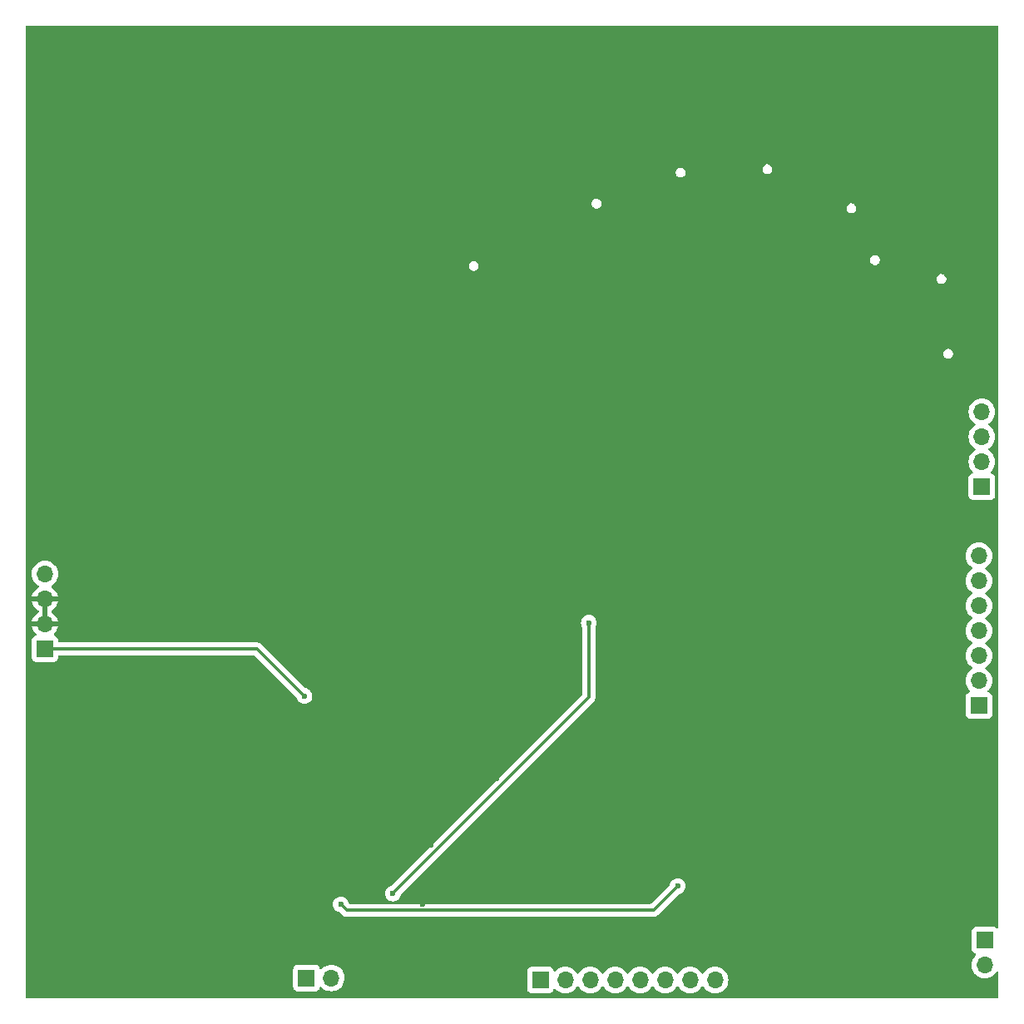
<source format=gbr>
%TF.GenerationSoftware,KiCad,Pcbnew,8.0.4*%
%TF.CreationDate,2024-08-26T07:10:41+02:00*%
%TF.ProjectId,Audio_Digitizer,41756469-6f5f-4446-9967-6974697a6572,rev?*%
%TF.SameCoordinates,Original*%
%TF.FileFunction,Copper,L2,Bot*%
%TF.FilePolarity,Positive*%
%FSLAX46Y46*%
G04 Gerber Fmt 4.6, Leading zero omitted, Abs format (unit mm)*
G04 Created by KiCad (PCBNEW 8.0.4) date 2024-08-26 07:10:41*
%MOMM*%
%LPD*%
G01*
G04 APERTURE LIST*
%TA.AperFunction,ComponentPad*%
%ADD10R,1.700000X1.700000*%
%TD*%
%TA.AperFunction,ComponentPad*%
%ADD11O,1.700000X1.700000*%
%TD*%
%TA.AperFunction,ViaPad*%
%ADD12C,0.600000*%
%TD*%
%TA.AperFunction,Conductor*%
%ADD13C,0.300000*%
%TD*%
G04 APERTURE END LIST*
D10*
%TO.P,J3,1,Pin_1*%
%TO.N,/ADC/MISO*%
X217750000Y-97450000D03*
D11*
%TO.P,J3,2,Pin_2*%
%TO.N,/ADC/MOSI*%
X217750000Y-94910000D03*
%TO.P,J3,3,Pin_3*%
%TO.N,/ADC/SCK*%
X217750000Y-92370000D03*
%TO.P,J3,4,Pin_4*%
%TO.N,/ADC/CS*%
X217750000Y-89830000D03*
%TD*%
D10*
%TO.P,J5,1,Pin_1*%
%TO.N,/Diff_ADC/SCL*%
X218050000Y-143600000D03*
D11*
%TO.P,J5,2,Pin_2*%
%TO.N,/Diff_ADC/SDA*%
X218050000Y-146140000D03*
%TD*%
D10*
%TO.P,J2,1,Pin_1*%
%TO.N,/ADC/MCLK*%
X217450000Y-119725000D03*
D11*
%TO.P,J2,2,Pin_2*%
%TO.N,/ADC/LRCK*%
X217450000Y-117185000D03*
%TO.P,J2,3,Pin_3*%
%TO.N,/ADC/BCK*%
X217450000Y-114645000D03*
%TO.P,J2,4,Pin_4*%
%TO.N,/ADC/DOUT*%
X217450000Y-112105000D03*
%TO.P,J2,5,Pin_5*%
%TO.N,/ADC/INTC*%
X217450000Y-109565000D03*
%TO.P,J2,6,Pin_6*%
%TO.N,/ADC/INTB*%
X217450000Y-107025000D03*
%TO.P,J2,7,Pin_7*%
%TO.N,/ADC/INTA*%
X217450000Y-104485000D03*
%TD*%
D10*
%TO.P,J6,1,Pin_1*%
%TO.N,/Diff_ADC/MCLK*%
X172820000Y-147650000D03*
D11*
%TO.P,J6,2,Pin_2*%
%TO.N,/Diff_ADC/LRCK*%
X175360000Y-147650000D03*
%TO.P,J6,3,Pin_3*%
%TO.N,/Diff_ADC/BCK*%
X177900000Y-147650000D03*
%TO.P,J6,4,Pin_4*%
%TO.N,/Diff_ADC/DOUT*%
X180440000Y-147650000D03*
%TO.P,J6,5,Pin_5*%
%TO.N,/Diff_ADC/INTC*%
X182980000Y-147650000D03*
%TO.P,J6,6,Pin_6*%
%TO.N,/Diff_ADC/INTB*%
X185520000Y-147650000D03*
%TO.P,J6,7,Pin_7*%
%TO.N,/Diff_ADC/INTA*%
X188060000Y-147650000D03*
%TO.P,J6,8,Pin_8*%
%TO.N,/Diff_ADC/GPIO0*%
X190600000Y-147650000D03*
%TD*%
D10*
%TO.P,J1,1,Pin_1*%
%TO.N,/ADC/CLK_DIS1*%
X149010000Y-147450000D03*
D11*
%TO.P,J1,2,Pin_2*%
%TO.N,/Diff_ADC/CLK_DIS2*%
X151550000Y-147450000D03*
%TD*%
D10*
%TO.P,J4,1,Pin_1*%
%TO.N,+5V*%
X122400000Y-113940000D03*
D11*
%TO.P,J4,2,Pin_2*%
%TO.N,GND*%
X122400000Y-111400000D03*
%TO.P,J4,3,Pin_3*%
X122400000Y-108860000D03*
%TO.P,J4,4,Pin_4*%
%TO.N,+3.3V*%
X122400000Y-106320000D03*
%TD*%
D12*
%TO.N,GND*%
X182980000Y-64600000D03*
X192300000Y-64040000D03*
X174470000Y-67550000D03*
X215480000Y-80780000D03*
X206110000Y-65990000D03*
X162230000Y-74490000D03*
X183300000Y-103100000D03*
X147750000Y-120550000D03*
X195400000Y-62250000D03*
X168400000Y-127150000D03*
X206600000Y-68600000D03*
X156350000Y-137650000D03*
X185550000Y-132700000D03*
X189500000Y-121300000D03*
X165550000Y-73000000D03*
X178700000Y-130700000D03*
X186942301Y-95017002D03*
X131150000Y-120200000D03*
X213850000Y-85800000D03*
X186150000Y-123450000D03*
X206750000Y-69500000D03*
X175400000Y-125300000D03*
X166000000Y-78300000D03*
X184050000Y-93550000D03*
X182500000Y-100250000D03*
X145800000Y-132500000D03*
X214800000Y-86000000D03*
X207100000Y-126750000D03*
X177750000Y-97400000D03*
X215400000Y-72950000D03*
X209000000Y-74800000D03*
X161650000Y-133900000D03*
X165700000Y-134750000D03*
X167350000Y-148000000D03*
X216850000Y-83400000D03*
X192800000Y-134550000D03*
X177700000Y-72650000D03*
X195250000Y-68800000D03*
X209150000Y-73900000D03*
X128200000Y-120950000D03*
X145500000Y-122650000D03*
X210100000Y-76150000D03*
X158350000Y-144300000D03*
X187550000Y-63200000D03*
X178950000Y-66350000D03*
X131800000Y-126450000D03*
X179550000Y-91550000D03*
X193462500Y-130300000D03*
X212900000Y-131800000D03*
X130150000Y-120050000D03*
X178000000Y-66500000D03*
X200100000Y-69050000D03*
X216600000Y-76700000D03*
X160800000Y-139900000D03*
X150750000Y-131200000D03*
X198250000Y-118150000D03*
X209150000Y-132150000D03*
X162200000Y-129950000D03*
X186550000Y-63050000D03*
X164950000Y-137600000D03*
X145550000Y-83700000D03*
X216250000Y-75800000D03*
X143500000Y-137700000D03*
X159750000Y-133750000D03*
X208550000Y-72100000D03*
X196400000Y-62150000D03*
X190350000Y-110850000D03*
X147450000Y-133000000D03*
X152050000Y-91500000D03*
X186800000Y-98450000D03*
X210250000Y-132050000D03*
X186600000Y-69050000D03*
X158000000Y-131500000D03*
X166500000Y-72800000D03*
X180600000Y-96150000D03*
%TO.N,+5V*%
X186800000Y-138100000D03*
X148800000Y-118750000D03*
X152500000Y-139950000D03*
%TO.N,/ADC/CLK_DIS1*%
X157800000Y-138850000D03*
X177750000Y-111300000D03*
%TD*%
D13*
%TO.N,+5V*%
X148800000Y-118750000D02*
X143990000Y-113940000D01*
X153100000Y-140550000D02*
X152500000Y-139950000D01*
X184350000Y-140550000D02*
X153100000Y-140550000D01*
X186800000Y-138100000D02*
X184350000Y-140550000D01*
X143990000Y-113940000D02*
X122400000Y-113940000D01*
%TO.N,/ADC/CLK_DIS1*%
X177750000Y-118900000D02*
X157800000Y-138850000D01*
X177750000Y-111300000D02*
X177750000Y-118900000D01*
%TD*%
%TA.AperFunction,Conductor*%
%TO.N,GND*%
G36*
X122650000Y-110966988D02*
G01*
X122592993Y-110934075D01*
X122465826Y-110900000D01*
X122334174Y-110900000D01*
X122207007Y-110934075D01*
X122150000Y-110966988D01*
X122150000Y-109293012D01*
X122207007Y-109325925D01*
X122334174Y-109360000D01*
X122465826Y-109360000D01*
X122592993Y-109325925D01*
X122650000Y-109293012D01*
X122650000Y-110966988D01*
G37*
%TD.AperFunction*%
%TA.AperFunction,Conductor*%
G36*
X219392539Y-50520185D02*
G01*
X219438294Y-50572989D01*
X219449500Y-50624500D01*
X219449500Y-142288428D01*
X219429815Y-142355467D01*
X219377011Y-142401222D01*
X219307853Y-142411166D01*
X219251189Y-142387695D01*
X219208138Y-142355467D01*
X219142331Y-142306204D01*
X219142329Y-142306203D01*
X219142328Y-142306202D01*
X219007482Y-142255908D01*
X219007483Y-142255908D01*
X218947883Y-142249501D01*
X218947881Y-142249500D01*
X218947873Y-142249500D01*
X218947864Y-142249500D01*
X217152129Y-142249500D01*
X217152123Y-142249501D01*
X217092516Y-142255908D01*
X216957671Y-142306202D01*
X216957664Y-142306206D01*
X216842455Y-142392452D01*
X216842452Y-142392455D01*
X216756206Y-142507664D01*
X216756202Y-142507671D01*
X216705908Y-142642517D01*
X216699501Y-142702116D01*
X216699500Y-142702135D01*
X216699500Y-144497870D01*
X216699501Y-144497876D01*
X216705908Y-144557483D01*
X216756202Y-144692328D01*
X216756206Y-144692335D01*
X216842452Y-144807544D01*
X216842455Y-144807547D01*
X216957664Y-144893793D01*
X216957671Y-144893797D01*
X217089081Y-144942810D01*
X217145015Y-144984681D01*
X217169432Y-145050145D01*
X217154580Y-145118418D01*
X217133430Y-145146673D01*
X217011503Y-145268600D01*
X216875965Y-145462169D01*
X216875964Y-145462171D01*
X216776098Y-145676335D01*
X216776094Y-145676344D01*
X216714938Y-145904586D01*
X216714936Y-145904596D01*
X216694341Y-146139999D01*
X216694341Y-146140000D01*
X216714936Y-146375403D01*
X216714938Y-146375413D01*
X216776094Y-146603655D01*
X216776096Y-146603659D01*
X216776097Y-146603663D01*
X216857670Y-146778597D01*
X216875965Y-146817830D01*
X216875967Y-146817834D01*
X216978425Y-146964158D01*
X217011505Y-147011401D01*
X217178599Y-147178495D01*
X217230151Y-147214592D01*
X217372165Y-147314032D01*
X217372167Y-147314033D01*
X217372170Y-147314035D01*
X217586337Y-147413903D01*
X217814592Y-147475063D01*
X218002918Y-147491539D01*
X218049999Y-147495659D01*
X218050000Y-147495659D01*
X218050001Y-147495659D01*
X218089234Y-147492226D01*
X218285408Y-147475063D01*
X218513663Y-147413903D01*
X218727830Y-147314035D01*
X218921401Y-147178495D01*
X219088495Y-147011401D01*
X219223925Y-146817986D01*
X219278502Y-146774362D01*
X219348000Y-146767168D01*
X219410355Y-146798691D01*
X219445769Y-146858921D01*
X219449500Y-146889110D01*
X219449500Y-149375500D01*
X219429815Y-149442539D01*
X219377011Y-149488294D01*
X219325500Y-149499500D01*
X120574500Y-149499500D01*
X120507461Y-149479815D01*
X120461706Y-149427011D01*
X120450500Y-149375500D01*
X120450500Y-146552135D01*
X147659500Y-146552135D01*
X147659500Y-148347870D01*
X147659501Y-148347876D01*
X147665908Y-148407483D01*
X147716202Y-148542328D01*
X147716206Y-148542335D01*
X147802452Y-148657544D01*
X147802455Y-148657547D01*
X147917664Y-148743793D01*
X147917671Y-148743797D01*
X148052517Y-148794091D01*
X148052516Y-148794091D01*
X148059444Y-148794835D01*
X148112127Y-148800500D01*
X149907872Y-148800499D01*
X149967483Y-148794091D01*
X150102331Y-148743796D01*
X150217546Y-148657546D01*
X150303796Y-148542331D01*
X150352810Y-148410916D01*
X150394681Y-148354984D01*
X150460145Y-148330566D01*
X150528418Y-148345417D01*
X150556673Y-148366569D01*
X150678599Y-148488495D01*
X150763404Y-148547876D01*
X150872165Y-148624032D01*
X150872167Y-148624033D01*
X150872170Y-148624035D01*
X151086337Y-148723903D01*
X151314592Y-148785063D01*
X151491034Y-148800500D01*
X151549999Y-148805659D01*
X151550000Y-148805659D01*
X151550001Y-148805659D01*
X151608966Y-148800500D01*
X151785408Y-148785063D01*
X152013663Y-148723903D01*
X152227830Y-148624035D01*
X152421401Y-148488495D01*
X152588495Y-148321401D01*
X152724035Y-148127830D01*
X152823903Y-147913663D01*
X152885063Y-147685408D01*
X152905659Y-147450000D01*
X152902561Y-147414596D01*
X152885063Y-147214596D01*
X152885063Y-147214592D01*
X152830619Y-147011401D01*
X152823905Y-146986344D01*
X152823904Y-146986343D01*
X152823903Y-146986337D01*
X152724035Y-146772171D01*
X152716865Y-146761930D01*
X152710006Y-146752135D01*
X171469500Y-146752135D01*
X171469500Y-148547870D01*
X171469501Y-148547876D01*
X171475908Y-148607483D01*
X171526202Y-148742328D01*
X171526206Y-148742335D01*
X171612452Y-148857544D01*
X171612455Y-148857547D01*
X171727664Y-148943793D01*
X171727671Y-148943797D01*
X171862517Y-148994091D01*
X171862516Y-148994091D01*
X171869444Y-148994835D01*
X171922127Y-149000500D01*
X173717872Y-149000499D01*
X173777483Y-148994091D01*
X173912331Y-148943796D01*
X174027546Y-148857546D01*
X174113796Y-148742331D01*
X174162810Y-148610916D01*
X174204681Y-148554984D01*
X174270145Y-148530566D01*
X174338418Y-148545417D01*
X174366673Y-148566569D01*
X174488599Y-148688495D01*
X174567573Y-148743793D01*
X174682165Y-148824032D01*
X174682167Y-148824033D01*
X174682170Y-148824035D01*
X174896337Y-148923903D01*
X175124592Y-148985063D01*
X175301034Y-149000500D01*
X175359999Y-149005659D01*
X175360000Y-149005659D01*
X175360001Y-149005659D01*
X175418966Y-149000500D01*
X175595408Y-148985063D01*
X175823663Y-148923903D01*
X176037830Y-148824035D01*
X176231401Y-148688495D01*
X176398495Y-148521401D01*
X176528425Y-148335842D01*
X176583002Y-148292217D01*
X176652500Y-148285023D01*
X176714855Y-148316546D01*
X176731575Y-148335842D01*
X176861500Y-148521395D01*
X176861505Y-148521401D01*
X177028599Y-148688495D01*
X177107573Y-148743793D01*
X177222165Y-148824032D01*
X177222167Y-148824033D01*
X177222170Y-148824035D01*
X177436337Y-148923903D01*
X177664592Y-148985063D01*
X177841034Y-149000500D01*
X177899999Y-149005659D01*
X177900000Y-149005659D01*
X177900001Y-149005659D01*
X177958966Y-149000500D01*
X178135408Y-148985063D01*
X178363663Y-148923903D01*
X178577830Y-148824035D01*
X178771401Y-148688495D01*
X178938495Y-148521401D01*
X179068425Y-148335842D01*
X179123002Y-148292217D01*
X179192500Y-148285023D01*
X179254855Y-148316546D01*
X179271575Y-148335842D01*
X179401500Y-148521395D01*
X179401505Y-148521401D01*
X179568599Y-148688495D01*
X179647573Y-148743793D01*
X179762165Y-148824032D01*
X179762167Y-148824033D01*
X179762170Y-148824035D01*
X179976337Y-148923903D01*
X180204592Y-148985063D01*
X180381034Y-149000500D01*
X180439999Y-149005659D01*
X180440000Y-149005659D01*
X180440001Y-149005659D01*
X180498966Y-149000500D01*
X180675408Y-148985063D01*
X180903663Y-148923903D01*
X181117830Y-148824035D01*
X181311401Y-148688495D01*
X181478495Y-148521401D01*
X181608425Y-148335842D01*
X181663002Y-148292217D01*
X181732500Y-148285023D01*
X181794855Y-148316546D01*
X181811575Y-148335842D01*
X181941500Y-148521395D01*
X181941505Y-148521401D01*
X182108599Y-148688495D01*
X182187573Y-148743793D01*
X182302165Y-148824032D01*
X182302167Y-148824033D01*
X182302170Y-148824035D01*
X182516337Y-148923903D01*
X182744592Y-148985063D01*
X182921034Y-149000500D01*
X182979999Y-149005659D01*
X182980000Y-149005659D01*
X182980001Y-149005659D01*
X183038966Y-149000500D01*
X183215408Y-148985063D01*
X183443663Y-148923903D01*
X183657830Y-148824035D01*
X183851401Y-148688495D01*
X184018495Y-148521401D01*
X184148425Y-148335842D01*
X184203002Y-148292217D01*
X184272500Y-148285023D01*
X184334855Y-148316546D01*
X184351575Y-148335842D01*
X184481500Y-148521395D01*
X184481505Y-148521401D01*
X184648599Y-148688495D01*
X184727573Y-148743793D01*
X184842165Y-148824032D01*
X184842167Y-148824033D01*
X184842170Y-148824035D01*
X185056337Y-148923903D01*
X185284592Y-148985063D01*
X185461034Y-149000500D01*
X185519999Y-149005659D01*
X185520000Y-149005659D01*
X185520001Y-149005659D01*
X185578966Y-149000500D01*
X185755408Y-148985063D01*
X185983663Y-148923903D01*
X186197830Y-148824035D01*
X186391401Y-148688495D01*
X186558495Y-148521401D01*
X186688425Y-148335842D01*
X186743002Y-148292217D01*
X186812500Y-148285023D01*
X186874855Y-148316546D01*
X186891575Y-148335842D01*
X187021500Y-148521395D01*
X187021505Y-148521401D01*
X187188599Y-148688495D01*
X187267573Y-148743793D01*
X187382165Y-148824032D01*
X187382167Y-148824033D01*
X187382170Y-148824035D01*
X187596337Y-148923903D01*
X187824592Y-148985063D01*
X188001034Y-149000500D01*
X188059999Y-149005659D01*
X188060000Y-149005659D01*
X188060001Y-149005659D01*
X188118966Y-149000500D01*
X188295408Y-148985063D01*
X188523663Y-148923903D01*
X188737830Y-148824035D01*
X188931401Y-148688495D01*
X189098495Y-148521401D01*
X189228425Y-148335842D01*
X189283002Y-148292217D01*
X189352500Y-148285023D01*
X189414855Y-148316546D01*
X189431575Y-148335842D01*
X189561500Y-148521395D01*
X189561505Y-148521401D01*
X189728599Y-148688495D01*
X189807573Y-148743793D01*
X189922165Y-148824032D01*
X189922167Y-148824033D01*
X189922170Y-148824035D01*
X190136337Y-148923903D01*
X190364592Y-148985063D01*
X190541034Y-149000500D01*
X190599999Y-149005659D01*
X190600000Y-149005659D01*
X190600001Y-149005659D01*
X190658966Y-149000500D01*
X190835408Y-148985063D01*
X191063663Y-148923903D01*
X191277830Y-148824035D01*
X191471401Y-148688495D01*
X191638495Y-148521401D01*
X191774035Y-148327830D01*
X191873903Y-148113663D01*
X191935063Y-147885408D01*
X191955659Y-147650000D01*
X191935063Y-147414592D01*
X191873903Y-147186337D01*
X191774035Y-146972171D01*
X191768425Y-146964158D01*
X191638494Y-146778597D01*
X191471402Y-146611506D01*
X191471395Y-146611501D01*
X191277834Y-146475967D01*
X191277830Y-146475965D01*
X191277828Y-146475964D01*
X191063663Y-146376097D01*
X191063659Y-146376096D01*
X191063655Y-146376094D01*
X190835413Y-146314938D01*
X190835403Y-146314936D01*
X190600001Y-146294341D01*
X190599999Y-146294341D01*
X190364596Y-146314936D01*
X190364586Y-146314938D01*
X190136344Y-146376094D01*
X190136335Y-146376098D01*
X189922171Y-146475964D01*
X189922169Y-146475965D01*
X189728597Y-146611505D01*
X189561505Y-146778597D01*
X189431575Y-146964158D01*
X189376998Y-147007783D01*
X189307500Y-147014977D01*
X189245145Y-146983454D01*
X189228425Y-146964158D01*
X189098494Y-146778597D01*
X188931402Y-146611506D01*
X188931395Y-146611501D01*
X188737834Y-146475967D01*
X188737830Y-146475965D01*
X188737828Y-146475964D01*
X188523663Y-146376097D01*
X188523659Y-146376096D01*
X188523655Y-146376094D01*
X188295413Y-146314938D01*
X188295403Y-146314936D01*
X188060001Y-146294341D01*
X188059999Y-146294341D01*
X187824596Y-146314936D01*
X187824586Y-146314938D01*
X187596344Y-146376094D01*
X187596335Y-146376098D01*
X187382171Y-146475964D01*
X187382169Y-146475965D01*
X187188597Y-146611505D01*
X187021505Y-146778597D01*
X186891575Y-146964158D01*
X186836998Y-147007783D01*
X186767500Y-147014977D01*
X186705145Y-146983454D01*
X186688425Y-146964158D01*
X186558494Y-146778597D01*
X186391402Y-146611506D01*
X186391395Y-146611501D01*
X186197834Y-146475967D01*
X186197830Y-146475965D01*
X186197828Y-146475964D01*
X185983663Y-146376097D01*
X185983659Y-146376096D01*
X185983655Y-146376094D01*
X185755413Y-146314938D01*
X185755403Y-146314936D01*
X185520001Y-146294341D01*
X185519999Y-146294341D01*
X185284596Y-146314936D01*
X185284586Y-146314938D01*
X185056344Y-146376094D01*
X185056335Y-146376098D01*
X184842171Y-146475964D01*
X184842169Y-146475965D01*
X184648597Y-146611505D01*
X184481505Y-146778597D01*
X184351575Y-146964158D01*
X184296998Y-147007783D01*
X184227500Y-147014977D01*
X184165145Y-146983454D01*
X184148425Y-146964158D01*
X184018494Y-146778597D01*
X183851402Y-146611506D01*
X183851395Y-146611501D01*
X183657834Y-146475967D01*
X183657830Y-146475965D01*
X183657828Y-146475964D01*
X183443663Y-146376097D01*
X183443659Y-146376096D01*
X183443655Y-146376094D01*
X183215413Y-146314938D01*
X183215403Y-146314936D01*
X182980001Y-146294341D01*
X182979999Y-146294341D01*
X182744596Y-146314936D01*
X182744586Y-146314938D01*
X182516344Y-146376094D01*
X182516335Y-146376098D01*
X182302171Y-146475964D01*
X182302169Y-146475965D01*
X182108597Y-146611505D01*
X181941505Y-146778597D01*
X181811575Y-146964158D01*
X181756998Y-147007783D01*
X181687500Y-147014977D01*
X181625145Y-146983454D01*
X181608425Y-146964158D01*
X181478494Y-146778597D01*
X181311402Y-146611506D01*
X181311395Y-146611501D01*
X181117834Y-146475967D01*
X181117830Y-146475965D01*
X181117828Y-146475964D01*
X180903663Y-146376097D01*
X180903659Y-146376096D01*
X180903655Y-146376094D01*
X180675413Y-146314938D01*
X180675403Y-146314936D01*
X180440001Y-146294341D01*
X180439999Y-146294341D01*
X180204596Y-146314936D01*
X180204586Y-146314938D01*
X179976344Y-146376094D01*
X179976335Y-146376098D01*
X179762171Y-146475964D01*
X179762169Y-146475965D01*
X179568597Y-146611505D01*
X179401505Y-146778597D01*
X179271575Y-146964158D01*
X179216998Y-147007783D01*
X179147500Y-147014977D01*
X179085145Y-146983454D01*
X179068425Y-146964158D01*
X178938494Y-146778597D01*
X178771402Y-146611506D01*
X178771395Y-146611501D01*
X178577834Y-146475967D01*
X178577830Y-146475965D01*
X178577828Y-146475964D01*
X178363663Y-146376097D01*
X178363659Y-146376096D01*
X178363655Y-146376094D01*
X178135413Y-146314938D01*
X178135403Y-146314936D01*
X177900001Y-146294341D01*
X177899999Y-146294341D01*
X177664596Y-146314936D01*
X177664586Y-146314938D01*
X177436344Y-146376094D01*
X177436335Y-146376098D01*
X177222171Y-146475964D01*
X177222169Y-146475965D01*
X177028597Y-146611505D01*
X176861505Y-146778597D01*
X176731575Y-146964158D01*
X176676998Y-147007783D01*
X176607500Y-147014977D01*
X176545145Y-146983454D01*
X176528425Y-146964158D01*
X176398494Y-146778597D01*
X176231402Y-146611506D01*
X176231395Y-146611501D01*
X176037834Y-146475967D01*
X176037830Y-146475965D01*
X176037828Y-146475964D01*
X175823663Y-146376097D01*
X175823659Y-146376096D01*
X175823655Y-146376094D01*
X175595413Y-146314938D01*
X175595403Y-146314936D01*
X175360001Y-146294341D01*
X175359999Y-146294341D01*
X175124596Y-146314936D01*
X175124586Y-146314938D01*
X174896344Y-146376094D01*
X174896335Y-146376098D01*
X174682171Y-146475964D01*
X174682169Y-146475965D01*
X174488600Y-146611503D01*
X174366673Y-146733430D01*
X174305350Y-146766914D01*
X174235658Y-146761930D01*
X174179725Y-146720058D01*
X174162810Y-146689081D01*
X174113797Y-146557671D01*
X174113793Y-146557664D01*
X174027547Y-146442455D01*
X174027544Y-146442452D01*
X173912335Y-146356206D01*
X173912328Y-146356202D01*
X173777482Y-146305908D01*
X173777483Y-146305908D01*
X173717883Y-146299501D01*
X173717881Y-146299500D01*
X173717873Y-146299500D01*
X173717864Y-146299500D01*
X171922129Y-146299500D01*
X171922123Y-146299501D01*
X171862516Y-146305908D01*
X171727671Y-146356202D01*
X171727664Y-146356206D01*
X171612455Y-146442452D01*
X171612452Y-146442455D01*
X171526206Y-146557664D01*
X171526202Y-146557671D01*
X171475908Y-146692517D01*
X171469501Y-146752116D01*
X171469500Y-146752135D01*
X152710006Y-146752135D01*
X152588494Y-146578597D01*
X152421402Y-146411506D01*
X152421395Y-146411501D01*
X152227834Y-146275967D01*
X152227830Y-146275965D01*
X152227828Y-146275964D01*
X152013663Y-146176097D01*
X152013659Y-146176096D01*
X152013655Y-146176094D01*
X151785413Y-146114938D01*
X151785403Y-146114936D01*
X151550001Y-146094341D01*
X151549999Y-146094341D01*
X151314596Y-146114936D01*
X151314586Y-146114938D01*
X151086344Y-146176094D01*
X151086335Y-146176098D01*
X150872171Y-146275964D01*
X150872169Y-146275965D01*
X150678600Y-146411503D01*
X150556673Y-146533430D01*
X150495350Y-146566914D01*
X150425658Y-146561930D01*
X150369725Y-146520058D01*
X150352810Y-146489081D01*
X150303797Y-146357671D01*
X150303793Y-146357664D01*
X150217547Y-146242455D01*
X150217544Y-146242452D01*
X150102335Y-146156206D01*
X150102328Y-146156202D01*
X149967482Y-146105908D01*
X149967483Y-146105908D01*
X149907883Y-146099501D01*
X149907881Y-146099500D01*
X149907873Y-146099500D01*
X149907864Y-146099500D01*
X148112129Y-146099500D01*
X148112123Y-146099501D01*
X148052516Y-146105908D01*
X147917671Y-146156202D01*
X147917664Y-146156206D01*
X147802455Y-146242452D01*
X147802452Y-146242455D01*
X147716206Y-146357664D01*
X147716202Y-146357671D01*
X147665908Y-146492517D01*
X147659501Y-146552116D01*
X147659500Y-146552135D01*
X120450500Y-146552135D01*
X120450500Y-139949996D01*
X151694435Y-139949996D01*
X151694435Y-139950003D01*
X151714630Y-140129249D01*
X151714631Y-140129254D01*
X151774211Y-140299523D01*
X151870184Y-140452262D01*
X151997738Y-140579816D01*
X152150478Y-140675789D01*
X152320745Y-140735368D01*
X152327974Y-140736182D01*
X152392388Y-140763246D01*
X152401776Y-140771722D01*
X152594724Y-140964669D01*
X152685327Y-141055272D01*
X152685332Y-141055277D01*
X152791866Y-141126461D01*
X152791872Y-141126464D01*
X152791873Y-141126465D01*
X152910256Y-141175501D01*
X152910260Y-141175501D01*
X152910261Y-141175502D01*
X153035928Y-141200500D01*
X153035931Y-141200500D01*
X184414071Y-141200500D01*
X184498615Y-141183682D01*
X184539744Y-141175501D01*
X184658127Y-141126465D01*
X184764669Y-141055277D01*
X186898224Y-138921720D01*
X186959545Y-138888237D01*
X186972019Y-138886183D01*
X186979255Y-138885368D01*
X187149522Y-138825789D01*
X187302262Y-138729816D01*
X187429816Y-138602262D01*
X187525789Y-138449522D01*
X187585368Y-138279255D01*
X187602837Y-138124211D01*
X187605565Y-138100003D01*
X187605565Y-138099996D01*
X187585369Y-137920750D01*
X187585368Y-137920745D01*
X187525788Y-137750476D01*
X187429815Y-137597737D01*
X187302262Y-137470184D01*
X187149523Y-137374211D01*
X186979254Y-137314631D01*
X186979249Y-137314630D01*
X186800004Y-137294435D01*
X186799996Y-137294435D01*
X186620750Y-137314630D01*
X186620745Y-137314631D01*
X186450476Y-137374211D01*
X186297737Y-137470184D01*
X186170184Y-137597737D01*
X186074210Y-137750478D01*
X186014632Y-137920744D01*
X186014630Y-137920752D01*
X186013815Y-137927988D01*
X185986743Y-137992400D01*
X185978277Y-138001775D01*
X184116873Y-139863181D01*
X184055550Y-139896666D01*
X184029192Y-139899500D01*
X157843043Y-139899500D01*
X157800101Y-139886890D01*
X157778351Y-139897640D01*
X157756957Y-139899500D01*
X153420808Y-139899500D01*
X153353769Y-139879815D01*
X153333123Y-139863177D01*
X153321718Y-139851771D01*
X153288236Y-139790447D01*
X153286182Y-139777973D01*
X153285368Y-139770745D01*
X153225789Y-139600478D01*
X153129816Y-139447738D01*
X153002262Y-139320184D01*
X152849523Y-139224211D01*
X152679254Y-139164631D01*
X152679249Y-139164630D01*
X152500004Y-139144435D01*
X152499996Y-139144435D01*
X152320750Y-139164630D01*
X152320745Y-139164631D01*
X152150476Y-139224211D01*
X151997737Y-139320184D01*
X151870184Y-139447737D01*
X151774211Y-139600476D01*
X151714631Y-139770745D01*
X151714630Y-139770750D01*
X151694435Y-139949996D01*
X120450500Y-139949996D01*
X120450500Y-138849996D01*
X156994435Y-138849996D01*
X156994435Y-138850003D01*
X157014630Y-139029249D01*
X157014631Y-139029254D01*
X157074211Y-139199523D01*
X157089724Y-139224211D01*
X157170184Y-139352262D01*
X157297738Y-139479816D01*
X157450478Y-139575789D01*
X157620745Y-139635368D01*
X157620750Y-139635369D01*
X157770840Y-139652280D01*
X157797366Y-139663426D01*
X157808108Y-139656523D01*
X157829160Y-139652280D01*
X157979249Y-139635369D01*
X157979252Y-139635368D01*
X157979255Y-139635368D01*
X158149522Y-139575789D01*
X158302262Y-139479816D01*
X158429816Y-139352262D01*
X158525789Y-139199522D01*
X158585368Y-139029255D01*
X158586182Y-139022025D01*
X158613245Y-138957611D01*
X158621712Y-138948232D01*
X178255277Y-119314669D01*
X178326466Y-119208126D01*
X178355189Y-119138779D01*
X178375501Y-119089744D01*
X178400500Y-118964069D01*
X178400500Y-111805067D01*
X178419507Y-111739094D01*
X178475788Y-111649524D01*
X178475789Y-111649522D01*
X178535368Y-111479255D01*
X178536881Y-111465826D01*
X178555565Y-111300003D01*
X178555565Y-111299996D01*
X178535369Y-111120750D01*
X178535368Y-111120745D01*
X178475788Y-110950476D01*
X178403229Y-110835000D01*
X178379816Y-110797738D01*
X178252262Y-110670184D01*
X178099523Y-110574211D01*
X177929254Y-110514631D01*
X177929249Y-110514630D01*
X177750004Y-110494435D01*
X177749996Y-110494435D01*
X177570750Y-110514630D01*
X177570745Y-110514631D01*
X177400476Y-110574211D01*
X177247737Y-110670184D01*
X177120184Y-110797737D01*
X177024211Y-110950476D01*
X176964631Y-111120745D01*
X176964630Y-111120750D01*
X176944435Y-111299996D01*
X176944435Y-111300003D01*
X176964630Y-111479249D01*
X176964631Y-111479254D01*
X177024211Y-111649524D01*
X177080493Y-111739094D01*
X177099500Y-111805067D01*
X177099500Y-118579191D01*
X177079815Y-118646230D01*
X177063181Y-118666872D01*
X157701775Y-138028277D01*
X157640452Y-138061762D01*
X157627988Y-138063815D01*
X157620752Y-138064630D01*
X157620744Y-138064632D01*
X157450478Y-138124210D01*
X157297737Y-138220184D01*
X157170184Y-138347737D01*
X157074211Y-138500476D01*
X157014631Y-138670745D01*
X157014630Y-138670750D01*
X156994435Y-138849996D01*
X120450500Y-138849996D01*
X120450500Y-106319999D01*
X121044341Y-106319999D01*
X121044341Y-106320000D01*
X121064936Y-106555403D01*
X121064938Y-106555413D01*
X121126094Y-106783655D01*
X121126096Y-106783659D01*
X121126097Y-106783663D01*
X121128859Y-106789586D01*
X121225965Y-106997830D01*
X121225967Y-106997834D01*
X121334281Y-107152521D01*
X121361505Y-107191401D01*
X121528599Y-107358495D01*
X121714499Y-107488664D01*
X121714594Y-107488730D01*
X121758219Y-107543307D01*
X121765413Y-107612805D01*
X121733890Y-107675160D01*
X121714595Y-107691880D01*
X121528922Y-107821890D01*
X121528920Y-107821891D01*
X121361891Y-107988920D01*
X121361886Y-107988926D01*
X121226400Y-108182420D01*
X121226399Y-108182422D01*
X121126570Y-108396507D01*
X121126567Y-108396513D01*
X121069364Y-108609999D01*
X121069364Y-108610000D01*
X121966988Y-108610000D01*
X121934075Y-108667007D01*
X121900000Y-108794174D01*
X121900000Y-108925826D01*
X121934075Y-109052993D01*
X121966988Y-109110000D01*
X121069364Y-109110000D01*
X121126567Y-109323486D01*
X121126570Y-109323492D01*
X121226399Y-109537578D01*
X121361894Y-109731082D01*
X121528917Y-109898105D01*
X121715031Y-110028425D01*
X121758656Y-110083003D01*
X121765848Y-110152501D01*
X121734326Y-110214856D01*
X121715031Y-110231575D01*
X121528922Y-110361890D01*
X121528920Y-110361891D01*
X121361891Y-110528920D01*
X121361886Y-110528926D01*
X121226400Y-110722420D01*
X121226399Y-110722422D01*
X121126570Y-110936507D01*
X121126567Y-110936513D01*
X121069364Y-111149999D01*
X121069364Y-111150000D01*
X121966988Y-111150000D01*
X121934075Y-111207007D01*
X121900000Y-111334174D01*
X121900000Y-111465826D01*
X121934075Y-111592993D01*
X121966988Y-111650000D01*
X121069364Y-111650000D01*
X121126567Y-111863486D01*
X121126570Y-111863492D01*
X121226399Y-112077578D01*
X121361894Y-112271082D01*
X121483946Y-112393134D01*
X121517431Y-112454457D01*
X121512447Y-112524149D01*
X121470575Y-112580082D01*
X121439598Y-112596997D01*
X121307671Y-112646202D01*
X121307664Y-112646206D01*
X121192455Y-112732452D01*
X121192452Y-112732455D01*
X121106206Y-112847664D01*
X121106202Y-112847671D01*
X121055908Y-112982517D01*
X121049501Y-113042116D01*
X121049501Y-113042123D01*
X121049500Y-113042135D01*
X121049500Y-114837870D01*
X121049501Y-114837876D01*
X121055908Y-114897483D01*
X121106202Y-115032328D01*
X121106206Y-115032335D01*
X121192452Y-115147544D01*
X121192455Y-115147547D01*
X121307664Y-115233793D01*
X121307671Y-115233797D01*
X121442517Y-115284091D01*
X121442516Y-115284091D01*
X121449444Y-115284835D01*
X121502127Y-115290500D01*
X123297872Y-115290499D01*
X123357483Y-115284091D01*
X123492331Y-115233796D01*
X123607546Y-115147546D01*
X123693796Y-115032331D01*
X123744091Y-114897483D01*
X123750500Y-114837873D01*
X123750500Y-114714500D01*
X123770185Y-114647461D01*
X123822989Y-114601706D01*
X123874500Y-114590500D01*
X143669192Y-114590500D01*
X143736231Y-114610185D01*
X143756873Y-114626819D01*
X147978277Y-118848223D01*
X148011762Y-118909546D01*
X148013815Y-118922012D01*
X148014630Y-118929246D01*
X148014632Y-118929255D01*
X148074210Y-119099521D01*
X148098873Y-119138772D01*
X148170184Y-119252262D01*
X148297738Y-119379816D01*
X148450478Y-119475789D01*
X148620745Y-119535368D01*
X148620750Y-119535369D01*
X148799996Y-119555565D01*
X148800000Y-119555565D01*
X148800004Y-119555565D01*
X148979249Y-119535369D01*
X148979252Y-119535368D01*
X148979255Y-119535368D01*
X149149522Y-119475789D01*
X149302262Y-119379816D01*
X149429816Y-119252262D01*
X149525789Y-119099522D01*
X149585368Y-118929255D01*
X149596875Y-118827127D01*
X149605565Y-118750003D01*
X149605565Y-118749996D01*
X149585369Y-118570750D01*
X149585368Y-118570745D01*
X149525788Y-118400476D01*
X149468524Y-118309341D01*
X149429816Y-118247738D01*
X149302262Y-118120184D01*
X149200744Y-118056396D01*
X149149521Y-118024210D01*
X148979255Y-117964632D01*
X148979246Y-117964630D01*
X148972012Y-117963815D01*
X148907600Y-117936744D01*
X148898223Y-117928277D01*
X144404674Y-113434727D01*
X144404673Y-113434726D01*
X144385624Y-113421998D01*
X144298127Y-113363535D01*
X144271486Y-113352500D01*
X144179744Y-113314499D01*
X144179738Y-113314497D01*
X144054071Y-113289500D01*
X144054069Y-113289500D01*
X123874499Y-113289500D01*
X123807460Y-113269815D01*
X123761705Y-113217011D01*
X123750499Y-113165500D01*
X123750499Y-113042129D01*
X123750498Y-113042123D01*
X123750497Y-113042116D01*
X123744091Y-112982517D01*
X123741810Y-112976402D01*
X123693797Y-112847671D01*
X123693793Y-112847664D01*
X123607547Y-112732455D01*
X123607544Y-112732452D01*
X123492335Y-112646206D01*
X123492328Y-112646202D01*
X123360401Y-112596997D01*
X123304467Y-112555126D01*
X123280050Y-112489662D01*
X123294902Y-112421389D01*
X123316053Y-112393133D01*
X123438108Y-112271078D01*
X123573600Y-112077578D01*
X123673429Y-111863492D01*
X123673432Y-111863486D01*
X123730636Y-111650000D01*
X122833012Y-111650000D01*
X122865925Y-111592993D01*
X122900000Y-111465826D01*
X122900000Y-111334174D01*
X122865925Y-111207007D01*
X122833012Y-111150000D01*
X123730636Y-111150000D01*
X123730635Y-111149999D01*
X123673432Y-110936513D01*
X123673429Y-110936507D01*
X123573600Y-110722422D01*
X123573599Y-110722420D01*
X123438113Y-110528926D01*
X123438108Y-110528920D01*
X123271082Y-110361894D01*
X123084968Y-110231575D01*
X123041344Y-110176998D01*
X123034151Y-110107499D01*
X123065673Y-110045145D01*
X123084968Y-110028425D01*
X123271082Y-109898105D01*
X123438105Y-109731082D01*
X123573600Y-109537578D01*
X123673429Y-109323492D01*
X123673432Y-109323486D01*
X123730636Y-109110000D01*
X122833012Y-109110000D01*
X122865925Y-109052993D01*
X122900000Y-108925826D01*
X122900000Y-108794174D01*
X122865925Y-108667007D01*
X122833012Y-108610000D01*
X123730636Y-108610000D01*
X123730635Y-108609999D01*
X123673432Y-108396513D01*
X123673429Y-108396507D01*
X123573600Y-108182422D01*
X123573599Y-108182420D01*
X123438113Y-107988926D01*
X123438108Y-107988920D01*
X123271078Y-107821890D01*
X123085405Y-107691879D01*
X123041780Y-107637302D01*
X123034588Y-107567804D01*
X123066110Y-107505449D01*
X123085406Y-107488730D01*
X123271401Y-107358495D01*
X123438495Y-107191401D01*
X123574035Y-106997830D01*
X123673903Y-106783663D01*
X123735063Y-106555408D01*
X123755659Y-106320000D01*
X123735063Y-106084592D01*
X123673903Y-105856337D01*
X123574035Y-105642171D01*
X123490937Y-105523493D01*
X123438494Y-105448597D01*
X123271402Y-105281506D01*
X123271395Y-105281501D01*
X123077834Y-105145967D01*
X123077830Y-105145965D01*
X123077828Y-105145964D01*
X122863663Y-105046097D01*
X122863659Y-105046096D01*
X122863655Y-105046094D01*
X122635413Y-104984938D01*
X122635403Y-104984936D01*
X122400001Y-104964341D01*
X122399999Y-104964341D01*
X122164596Y-104984936D01*
X122164586Y-104984938D01*
X121936344Y-105046094D01*
X121936335Y-105046098D01*
X121722171Y-105145964D01*
X121722169Y-105145965D01*
X121528597Y-105281505D01*
X121361505Y-105448597D01*
X121225965Y-105642169D01*
X121225964Y-105642171D01*
X121126098Y-105856335D01*
X121126094Y-105856344D01*
X121064938Y-106084586D01*
X121064936Y-106084596D01*
X121044341Y-106319999D01*
X120450500Y-106319999D01*
X120450500Y-104484999D01*
X216094341Y-104484999D01*
X216094341Y-104485000D01*
X216114936Y-104720403D01*
X216114938Y-104720413D01*
X216176094Y-104948655D01*
X216176096Y-104948659D01*
X216176097Y-104948663D01*
X216221532Y-105046098D01*
X216275965Y-105162830D01*
X216275967Y-105162834D01*
X216411501Y-105356395D01*
X216411506Y-105356402D01*
X216578597Y-105523493D01*
X216578603Y-105523498D01*
X216764158Y-105653425D01*
X216807783Y-105708002D01*
X216814977Y-105777500D01*
X216783454Y-105839855D01*
X216764158Y-105856575D01*
X216578597Y-105986505D01*
X216411505Y-106153597D01*
X216275965Y-106347169D01*
X216275964Y-106347171D01*
X216176098Y-106561335D01*
X216176094Y-106561344D01*
X216114938Y-106789586D01*
X216114936Y-106789596D01*
X216094341Y-107024999D01*
X216094341Y-107025000D01*
X216114936Y-107260403D01*
X216114938Y-107260413D01*
X216176094Y-107488655D01*
X216176096Y-107488659D01*
X216176097Y-107488663D01*
X216233986Y-107612805D01*
X216275965Y-107702830D01*
X216275967Y-107702834D01*
X216411501Y-107896395D01*
X216411506Y-107896402D01*
X216578597Y-108063493D01*
X216578603Y-108063498D01*
X216764158Y-108193425D01*
X216807783Y-108248002D01*
X216814977Y-108317500D01*
X216783454Y-108379855D01*
X216764158Y-108396575D01*
X216578597Y-108526505D01*
X216411505Y-108693597D01*
X216275965Y-108887169D01*
X216275964Y-108887171D01*
X216176098Y-109101335D01*
X216176094Y-109101344D01*
X216114938Y-109329586D01*
X216114936Y-109329596D01*
X216094341Y-109564999D01*
X216094341Y-109565000D01*
X216114936Y-109800403D01*
X216114938Y-109800413D01*
X216176094Y-110028655D01*
X216176096Y-110028659D01*
X216176097Y-110028663D01*
X216270717Y-110231575D01*
X216275965Y-110242830D01*
X216275967Y-110242834D01*
X216411501Y-110436395D01*
X216411506Y-110436402D01*
X216578597Y-110603493D01*
X216578603Y-110603498D01*
X216764158Y-110733425D01*
X216807783Y-110788002D01*
X216814977Y-110857500D01*
X216783454Y-110919855D01*
X216764158Y-110936575D01*
X216578597Y-111066505D01*
X216411505Y-111233597D01*
X216275965Y-111427169D01*
X216275964Y-111427171D01*
X216176098Y-111641335D01*
X216176094Y-111641344D01*
X216114938Y-111869586D01*
X216114936Y-111869596D01*
X216094341Y-112104999D01*
X216094341Y-112105000D01*
X216114936Y-112340403D01*
X216114938Y-112340413D01*
X216176094Y-112568655D01*
X216176096Y-112568659D01*
X216176097Y-112568663D01*
X216212254Y-112646202D01*
X216275965Y-112782830D01*
X216275967Y-112782834D01*
X216411501Y-112976395D01*
X216411506Y-112976402D01*
X216578597Y-113143493D01*
X216578603Y-113143498D01*
X216764158Y-113273425D01*
X216807783Y-113328002D01*
X216814977Y-113397500D01*
X216783454Y-113459855D01*
X216764158Y-113476575D01*
X216578597Y-113606505D01*
X216411505Y-113773597D01*
X216275965Y-113967169D01*
X216275964Y-113967171D01*
X216176098Y-114181335D01*
X216176094Y-114181344D01*
X216114938Y-114409586D01*
X216114936Y-114409596D01*
X216094341Y-114644999D01*
X216094341Y-114645000D01*
X216114936Y-114880403D01*
X216114938Y-114880413D01*
X216176094Y-115108655D01*
X216176096Y-115108659D01*
X216176097Y-115108663D01*
X216194229Y-115147547D01*
X216275965Y-115322830D01*
X216275967Y-115322834D01*
X216411501Y-115516395D01*
X216411506Y-115516402D01*
X216578597Y-115683493D01*
X216578603Y-115683498D01*
X216764158Y-115813425D01*
X216807783Y-115868002D01*
X216814977Y-115937500D01*
X216783454Y-115999855D01*
X216764158Y-116016575D01*
X216578597Y-116146505D01*
X216411505Y-116313597D01*
X216275965Y-116507169D01*
X216275964Y-116507171D01*
X216176098Y-116721335D01*
X216176094Y-116721344D01*
X216114938Y-116949586D01*
X216114936Y-116949596D01*
X216094341Y-117184999D01*
X216094341Y-117185000D01*
X216114936Y-117420403D01*
X216114938Y-117420413D01*
X216176094Y-117648655D01*
X216176096Y-117648659D01*
X216176097Y-117648663D01*
X216275965Y-117862830D01*
X216275967Y-117862834D01*
X216384281Y-118017521D01*
X216411501Y-118056396D01*
X216411506Y-118056402D01*
X216533430Y-118178326D01*
X216566915Y-118239649D01*
X216561931Y-118309341D01*
X216520059Y-118365274D01*
X216489083Y-118382189D01*
X216357669Y-118431203D01*
X216357664Y-118431206D01*
X216242455Y-118517452D01*
X216242452Y-118517455D01*
X216156206Y-118632664D01*
X216156202Y-118632671D01*
X216105908Y-118767517D01*
X216099501Y-118827116D01*
X216099501Y-118827123D01*
X216099500Y-118827135D01*
X216099500Y-120622870D01*
X216099501Y-120622876D01*
X216105908Y-120682483D01*
X216156202Y-120817328D01*
X216156206Y-120817335D01*
X216242452Y-120932544D01*
X216242455Y-120932547D01*
X216357664Y-121018793D01*
X216357671Y-121018797D01*
X216492517Y-121069091D01*
X216492516Y-121069091D01*
X216499444Y-121069835D01*
X216552127Y-121075500D01*
X218347872Y-121075499D01*
X218407483Y-121069091D01*
X218542331Y-121018796D01*
X218657546Y-120932546D01*
X218743796Y-120817331D01*
X218794091Y-120682483D01*
X218800500Y-120622873D01*
X218800499Y-118827128D01*
X218794091Y-118767517D01*
X218743796Y-118632669D01*
X218743795Y-118632668D01*
X218743793Y-118632664D01*
X218657547Y-118517455D01*
X218657544Y-118517452D01*
X218542335Y-118431206D01*
X218542328Y-118431202D01*
X218410917Y-118382189D01*
X218354983Y-118340318D01*
X218330566Y-118274853D01*
X218345418Y-118206580D01*
X218366563Y-118178332D01*
X218488495Y-118056401D01*
X218624035Y-117862830D01*
X218723903Y-117648663D01*
X218785063Y-117420408D01*
X218805659Y-117185000D01*
X218785063Y-116949592D01*
X218723903Y-116721337D01*
X218624035Y-116507171D01*
X218488495Y-116313599D01*
X218488494Y-116313597D01*
X218321402Y-116146506D01*
X218321396Y-116146501D01*
X218135842Y-116016575D01*
X218092217Y-115961998D01*
X218085023Y-115892500D01*
X218116546Y-115830145D01*
X218135842Y-115813425D01*
X218158026Y-115797891D01*
X218321401Y-115683495D01*
X218488495Y-115516401D01*
X218624035Y-115322830D01*
X218723903Y-115108663D01*
X218785063Y-114880408D01*
X218805659Y-114645000D01*
X218785063Y-114409592D01*
X218723903Y-114181337D01*
X218624035Y-113967171D01*
X218488495Y-113773599D01*
X218488494Y-113773597D01*
X218321402Y-113606506D01*
X218321396Y-113606501D01*
X218135842Y-113476575D01*
X218092217Y-113421998D01*
X218085023Y-113352500D01*
X218116546Y-113290145D01*
X218135842Y-113273425D01*
X218216409Y-113217011D01*
X218321401Y-113143495D01*
X218488495Y-112976401D01*
X218624035Y-112782830D01*
X218723903Y-112568663D01*
X218785063Y-112340408D01*
X218805659Y-112105000D01*
X218785063Y-111869592D01*
X218723903Y-111641337D01*
X218624035Y-111427171D01*
X218534992Y-111300003D01*
X218488494Y-111233597D01*
X218321402Y-111066506D01*
X218321396Y-111066501D01*
X218135842Y-110936575D01*
X218092217Y-110881998D01*
X218085023Y-110812500D01*
X218116546Y-110750145D01*
X218135842Y-110733425D01*
X218226159Y-110670184D01*
X218321401Y-110603495D01*
X218488495Y-110436401D01*
X218624035Y-110242830D01*
X218723903Y-110028663D01*
X218785063Y-109800408D01*
X218805659Y-109565000D01*
X218785063Y-109329592D01*
X218723903Y-109101337D01*
X218624035Y-108887171D01*
X218488495Y-108693599D01*
X218488494Y-108693597D01*
X218321402Y-108526506D01*
X218321396Y-108526501D01*
X218135842Y-108396575D01*
X218092217Y-108341998D01*
X218085023Y-108272500D01*
X218116546Y-108210145D01*
X218135842Y-108193425D01*
X218158026Y-108177891D01*
X218321401Y-108063495D01*
X218488495Y-107896401D01*
X218624035Y-107702830D01*
X218723903Y-107488663D01*
X218785063Y-107260408D01*
X218805659Y-107025000D01*
X218785063Y-106789592D01*
X218723903Y-106561337D01*
X218624035Y-106347171D01*
X218488495Y-106153599D01*
X218488494Y-106153597D01*
X218321402Y-105986506D01*
X218321396Y-105986501D01*
X218135842Y-105856575D01*
X218092217Y-105801998D01*
X218085023Y-105732500D01*
X218116546Y-105670145D01*
X218135842Y-105653425D01*
X218158026Y-105637891D01*
X218321401Y-105523495D01*
X218488495Y-105356401D01*
X218624035Y-105162830D01*
X218723903Y-104948663D01*
X218785063Y-104720408D01*
X218805659Y-104485000D01*
X218785063Y-104249592D01*
X218723903Y-104021337D01*
X218624035Y-103807171D01*
X218488495Y-103613599D01*
X218488494Y-103613597D01*
X218321402Y-103446506D01*
X218321395Y-103446501D01*
X218127834Y-103310967D01*
X218127830Y-103310965D01*
X218127828Y-103310964D01*
X217913663Y-103211097D01*
X217913659Y-103211096D01*
X217913655Y-103211094D01*
X217685413Y-103149938D01*
X217685403Y-103149936D01*
X217450001Y-103129341D01*
X217449999Y-103129341D01*
X217214596Y-103149936D01*
X217214586Y-103149938D01*
X216986344Y-103211094D01*
X216986335Y-103211098D01*
X216772171Y-103310964D01*
X216772169Y-103310965D01*
X216578597Y-103446505D01*
X216411505Y-103613597D01*
X216275965Y-103807169D01*
X216275964Y-103807171D01*
X216176098Y-104021335D01*
X216176094Y-104021344D01*
X216114938Y-104249586D01*
X216114936Y-104249596D01*
X216094341Y-104484999D01*
X120450500Y-104484999D01*
X120450500Y-89829999D01*
X216394341Y-89829999D01*
X216394341Y-89830000D01*
X216414936Y-90065403D01*
X216414938Y-90065413D01*
X216476094Y-90293655D01*
X216476096Y-90293659D01*
X216476097Y-90293663D01*
X216575965Y-90507830D01*
X216575967Y-90507834D01*
X216711501Y-90701395D01*
X216711506Y-90701402D01*
X216878597Y-90868493D01*
X216878603Y-90868498D01*
X217064158Y-90998425D01*
X217107783Y-91053002D01*
X217114977Y-91122500D01*
X217083454Y-91184855D01*
X217064158Y-91201575D01*
X216878597Y-91331505D01*
X216711505Y-91498597D01*
X216575965Y-91692169D01*
X216575964Y-91692171D01*
X216476098Y-91906335D01*
X216476094Y-91906344D01*
X216414938Y-92134586D01*
X216414936Y-92134596D01*
X216394341Y-92369999D01*
X216394341Y-92370000D01*
X216414936Y-92605403D01*
X216414938Y-92605413D01*
X216476094Y-92833655D01*
X216476096Y-92833659D01*
X216476097Y-92833663D01*
X216575965Y-93047830D01*
X216575967Y-93047834D01*
X216711501Y-93241395D01*
X216711506Y-93241402D01*
X216878597Y-93408493D01*
X216878603Y-93408498D01*
X217064158Y-93538425D01*
X217107783Y-93593002D01*
X217114977Y-93662500D01*
X217083454Y-93724855D01*
X217064158Y-93741575D01*
X216878597Y-93871505D01*
X216711505Y-94038597D01*
X216575965Y-94232169D01*
X216575964Y-94232171D01*
X216476098Y-94446335D01*
X216476094Y-94446344D01*
X216414938Y-94674586D01*
X216414936Y-94674596D01*
X216394341Y-94909999D01*
X216394341Y-94910000D01*
X216414936Y-95145403D01*
X216414938Y-95145413D01*
X216476094Y-95373655D01*
X216476096Y-95373659D01*
X216476097Y-95373663D01*
X216575965Y-95587830D01*
X216575967Y-95587834D01*
X216684281Y-95742521D01*
X216711501Y-95781396D01*
X216711506Y-95781402D01*
X216833430Y-95903326D01*
X216866915Y-95964649D01*
X216861931Y-96034341D01*
X216820059Y-96090274D01*
X216789083Y-96107189D01*
X216657669Y-96156203D01*
X216657664Y-96156206D01*
X216542455Y-96242452D01*
X216542452Y-96242455D01*
X216456206Y-96357664D01*
X216456202Y-96357671D01*
X216405908Y-96492517D01*
X216399501Y-96552116D01*
X216399501Y-96552123D01*
X216399500Y-96552135D01*
X216399500Y-98347870D01*
X216399501Y-98347876D01*
X216405908Y-98407483D01*
X216456202Y-98542328D01*
X216456206Y-98542335D01*
X216542452Y-98657544D01*
X216542455Y-98657547D01*
X216657664Y-98743793D01*
X216657671Y-98743797D01*
X216792517Y-98794091D01*
X216792516Y-98794091D01*
X216799444Y-98794835D01*
X216852127Y-98800500D01*
X218647872Y-98800499D01*
X218707483Y-98794091D01*
X218842331Y-98743796D01*
X218957546Y-98657546D01*
X219043796Y-98542331D01*
X219094091Y-98407483D01*
X219100500Y-98347873D01*
X219100499Y-96552128D01*
X219094091Y-96492517D01*
X219043796Y-96357669D01*
X219043795Y-96357668D01*
X219043793Y-96357664D01*
X218957547Y-96242455D01*
X218957544Y-96242452D01*
X218842335Y-96156206D01*
X218842328Y-96156202D01*
X218710917Y-96107189D01*
X218654983Y-96065318D01*
X218630566Y-95999853D01*
X218645418Y-95931580D01*
X218666563Y-95903332D01*
X218788495Y-95781401D01*
X218924035Y-95587830D01*
X219023903Y-95373663D01*
X219085063Y-95145408D01*
X219105659Y-94910000D01*
X219085063Y-94674592D01*
X219023903Y-94446337D01*
X218924035Y-94232171D01*
X218788495Y-94038599D01*
X218788494Y-94038597D01*
X218621402Y-93871506D01*
X218621396Y-93871501D01*
X218435842Y-93741575D01*
X218392217Y-93686998D01*
X218385023Y-93617500D01*
X218416546Y-93555145D01*
X218435842Y-93538425D01*
X218458026Y-93522891D01*
X218621401Y-93408495D01*
X218788495Y-93241401D01*
X218924035Y-93047830D01*
X219023903Y-92833663D01*
X219085063Y-92605408D01*
X219105659Y-92370000D01*
X219085063Y-92134592D01*
X219023903Y-91906337D01*
X218924035Y-91692171D01*
X218788495Y-91498599D01*
X218788494Y-91498597D01*
X218621402Y-91331506D01*
X218621396Y-91331501D01*
X218435842Y-91201575D01*
X218392217Y-91146998D01*
X218385023Y-91077500D01*
X218416546Y-91015145D01*
X218435842Y-90998425D01*
X218458026Y-90982891D01*
X218621401Y-90868495D01*
X218788495Y-90701401D01*
X218924035Y-90507830D01*
X219023903Y-90293663D01*
X219085063Y-90065408D01*
X219105659Y-89830000D01*
X219085063Y-89594592D01*
X219023903Y-89366337D01*
X218924035Y-89152171D01*
X218788495Y-88958599D01*
X218788494Y-88958597D01*
X218621402Y-88791506D01*
X218621395Y-88791501D01*
X218427834Y-88655967D01*
X218427830Y-88655965D01*
X218427828Y-88655964D01*
X218213663Y-88556097D01*
X218213659Y-88556096D01*
X218213655Y-88556094D01*
X217985413Y-88494938D01*
X217985403Y-88494936D01*
X217750001Y-88474341D01*
X217749999Y-88474341D01*
X217514596Y-88494936D01*
X217514586Y-88494938D01*
X217286344Y-88556094D01*
X217286335Y-88556098D01*
X217072171Y-88655964D01*
X217072169Y-88655965D01*
X216878597Y-88791505D01*
X216711505Y-88958597D01*
X216575965Y-89152169D01*
X216575964Y-89152171D01*
X216476098Y-89366335D01*
X216476094Y-89366344D01*
X216414938Y-89594586D01*
X216414936Y-89594596D01*
X216394341Y-89829999D01*
X120450500Y-89829999D01*
X120450500Y-83855315D01*
X213823414Y-83855315D01*
X213823414Y-83987102D01*
X213857523Y-84114401D01*
X213890470Y-84171465D01*
X213923417Y-84228531D01*
X214016605Y-84321719D01*
X214130736Y-84387613D01*
X214258033Y-84421722D01*
X214258035Y-84421722D01*
X214389819Y-84421722D01*
X214389821Y-84421722D01*
X214517118Y-84387613D01*
X214631249Y-84321719D01*
X214724437Y-84228531D01*
X214790331Y-84114400D01*
X214824440Y-83987103D01*
X214824440Y-83855315D01*
X214790331Y-83728018D01*
X214724437Y-83613887D01*
X214631249Y-83520699D01*
X214574183Y-83487752D01*
X214517119Y-83454805D01*
X214453469Y-83437750D01*
X214389821Y-83420696D01*
X214258033Y-83420696D01*
X214130734Y-83454805D01*
X214016605Y-83520699D01*
X214016602Y-83520701D01*
X213923419Y-83613884D01*
X213923417Y-83613887D01*
X213857523Y-83728016D01*
X213823414Y-83855315D01*
X120450500Y-83855315D01*
X120450500Y-76234093D01*
X213129370Y-76234093D01*
X213129370Y-76365880D01*
X213163479Y-76493179D01*
X213196426Y-76550243D01*
X213229373Y-76607309D01*
X213322561Y-76700497D01*
X213436692Y-76766391D01*
X213563989Y-76800500D01*
X213563991Y-76800500D01*
X213695775Y-76800500D01*
X213695777Y-76800500D01*
X213823074Y-76766391D01*
X213937205Y-76700497D01*
X214030393Y-76607309D01*
X214096287Y-76493178D01*
X214130396Y-76365881D01*
X214130396Y-76234093D01*
X214096287Y-76106796D01*
X214030393Y-75992665D01*
X213937205Y-75899477D01*
X213880139Y-75866530D01*
X213823075Y-75833583D01*
X213759425Y-75816528D01*
X213695777Y-75799474D01*
X213563989Y-75799474D01*
X213436690Y-75833583D01*
X213322561Y-75899477D01*
X213322558Y-75899479D01*
X213229375Y-75992662D01*
X213229373Y-75992665D01*
X213163479Y-76106794D01*
X213129370Y-76234093D01*
X120450500Y-76234093D01*
X120450500Y-74908033D01*
X165528532Y-74908033D01*
X165528532Y-75039820D01*
X165562641Y-75167119D01*
X165595588Y-75224183D01*
X165628535Y-75281249D01*
X165721723Y-75374437D01*
X165835854Y-75440331D01*
X165963151Y-75474440D01*
X165963153Y-75474440D01*
X166094937Y-75474440D01*
X166094939Y-75474440D01*
X166222236Y-75440331D01*
X166336367Y-75374437D01*
X166429555Y-75281249D01*
X166495449Y-75167118D01*
X166529558Y-75039821D01*
X166529558Y-74908033D01*
X166495449Y-74780736D01*
X166429555Y-74666605D01*
X166336367Y-74573417D01*
X166279301Y-74540470D01*
X166222237Y-74507523D01*
X166158587Y-74490468D01*
X166094939Y-74473414D01*
X165963151Y-74473414D01*
X165835852Y-74507523D01*
X165721723Y-74573417D01*
X165721720Y-74573419D01*
X165628537Y-74666602D01*
X165628535Y-74666605D01*
X165562641Y-74780734D01*
X165528532Y-74908033D01*
X120450500Y-74908033D01*
X120450500Y-74308033D01*
X206378278Y-74308033D01*
X206378278Y-74439820D01*
X206412387Y-74567119D01*
X206445334Y-74624183D01*
X206478281Y-74681249D01*
X206571469Y-74774437D01*
X206685600Y-74840331D01*
X206812897Y-74874440D01*
X206812899Y-74874440D01*
X206944683Y-74874440D01*
X206944685Y-74874440D01*
X207071982Y-74840331D01*
X207186113Y-74774437D01*
X207279301Y-74681249D01*
X207345195Y-74567118D01*
X207379304Y-74439821D01*
X207379304Y-74308033D01*
X207345195Y-74180736D01*
X207279301Y-74066605D01*
X207186113Y-73973417D01*
X207129047Y-73940470D01*
X207071983Y-73907523D01*
X207008333Y-73890468D01*
X206944685Y-73873414D01*
X206812897Y-73873414D01*
X206685598Y-73907523D01*
X206571469Y-73973417D01*
X206571466Y-73973419D01*
X206478283Y-74066602D01*
X206478281Y-74066605D01*
X206412387Y-74180734D01*
X206378278Y-74308033D01*
X120450500Y-74308033D01*
X120450500Y-68558033D01*
X178028532Y-68558033D01*
X178028532Y-68689821D01*
X178031120Y-68699479D01*
X178062641Y-68817119D01*
X178095588Y-68874183D01*
X178128535Y-68931249D01*
X178221723Y-69024437D01*
X178335854Y-69090331D01*
X178463151Y-69124440D01*
X178463153Y-69124440D01*
X178594937Y-69124440D01*
X178594939Y-69124440D01*
X178722236Y-69090331D01*
X178819642Y-69034093D01*
X203979370Y-69034093D01*
X203979370Y-69165880D01*
X204013479Y-69293179D01*
X204046426Y-69350243D01*
X204079373Y-69407309D01*
X204172561Y-69500497D01*
X204286692Y-69566391D01*
X204413989Y-69600500D01*
X204413991Y-69600500D01*
X204545775Y-69600500D01*
X204545777Y-69600500D01*
X204673074Y-69566391D01*
X204787205Y-69500497D01*
X204880393Y-69407309D01*
X204946287Y-69293178D01*
X204980396Y-69165881D01*
X204980396Y-69034093D01*
X204946287Y-68906796D01*
X204880393Y-68792665D01*
X204787205Y-68699477D01*
X204730139Y-68666530D01*
X204673075Y-68633583D01*
X204609425Y-68616528D01*
X204545777Y-68599474D01*
X204413989Y-68599474D01*
X204286690Y-68633583D01*
X204172561Y-68699477D01*
X204172558Y-68699479D01*
X204079375Y-68792662D01*
X204079373Y-68792665D01*
X204013479Y-68906794D01*
X203979370Y-69034093D01*
X178819642Y-69034093D01*
X178836367Y-69024437D01*
X178929555Y-68931249D01*
X178995449Y-68817118D01*
X179029558Y-68689821D01*
X179029558Y-68558033D01*
X178995449Y-68430736D01*
X178929555Y-68316605D01*
X178836367Y-68223417D01*
X178779301Y-68190470D01*
X178722237Y-68157523D01*
X178658587Y-68140468D01*
X178594939Y-68123414D01*
X178463151Y-68123414D01*
X178335852Y-68157523D01*
X178221723Y-68223417D01*
X178221720Y-68223419D01*
X178128537Y-68316602D01*
X178128535Y-68316605D01*
X178062641Y-68430734D01*
X178028532Y-68558033D01*
X120450500Y-68558033D01*
X120450500Y-65408033D01*
X186578532Y-65408033D01*
X186578532Y-65539820D01*
X186612641Y-65667119D01*
X186645588Y-65724183D01*
X186678535Y-65781249D01*
X186771723Y-65874437D01*
X186885854Y-65940331D01*
X187013151Y-65974440D01*
X187013153Y-65974440D01*
X187144937Y-65974440D01*
X187144939Y-65974440D01*
X187272236Y-65940331D01*
X187386367Y-65874437D01*
X187479555Y-65781249D01*
X187545449Y-65667118D01*
X187579558Y-65539821D01*
X187579558Y-65408033D01*
X187545449Y-65280736D01*
X187479555Y-65166605D01*
X187386367Y-65073417D01*
X187368586Y-65063151D01*
X195425560Y-65063151D01*
X195425560Y-65194938D01*
X195459669Y-65322237D01*
X195492616Y-65379301D01*
X195525563Y-65436367D01*
X195618751Y-65529555D01*
X195732882Y-65595449D01*
X195860179Y-65629558D01*
X195860181Y-65629558D01*
X195991965Y-65629558D01*
X195991967Y-65629558D01*
X196119264Y-65595449D01*
X196233395Y-65529555D01*
X196326583Y-65436367D01*
X196392477Y-65322236D01*
X196426586Y-65194939D01*
X196426586Y-65063151D01*
X196392477Y-64935854D01*
X196326583Y-64821723D01*
X196233395Y-64728535D01*
X196176329Y-64695588D01*
X196119265Y-64662641D01*
X196055615Y-64645586D01*
X195991967Y-64628532D01*
X195860179Y-64628532D01*
X195732880Y-64662641D01*
X195618751Y-64728535D01*
X195618748Y-64728537D01*
X195525565Y-64821720D01*
X195525563Y-64821723D01*
X195459669Y-64935852D01*
X195425560Y-65063151D01*
X187368586Y-65063151D01*
X187329301Y-65040470D01*
X187272237Y-65007523D01*
X187208587Y-64990468D01*
X187144939Y-64973414D01*
X187013151Y-64973414D01*
X186885852Y-65007523D01*
X186771723Y-65073417D01*
X186771720Y-65073419D01*
X186678537Y-65166602D01*
X186678535Y-65166605D01*
X186612641Y-65280734D01*
X186578532Y-65408033D01*
X120450500Y-65408033D01*
X120450500Y-50624500D01*
X120470185Y-50557461D01*
X120522989Y-50511706D01*
X120574500Y-50500500D01*
X219325500Y-50500500D01*
X219392539Y-50520185D01*
G37*
%TD.AperFunction*%
%TD*%
M02*

</source>
